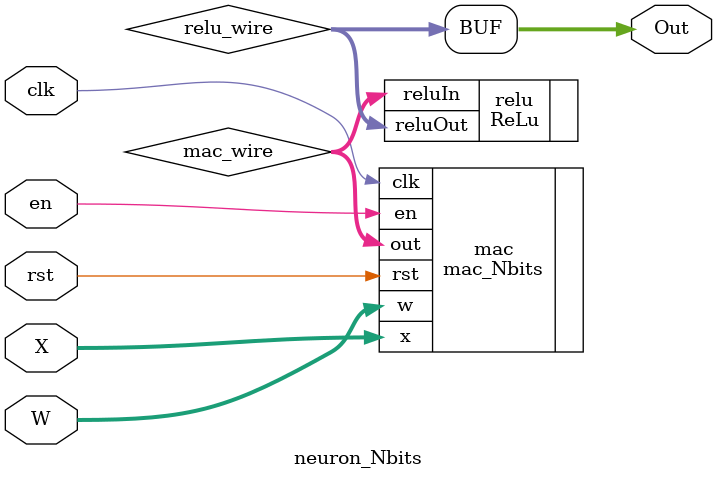
<source format=v>
module neuron_Nbits #(
    parameter WIDTH = 8,
    parameter WIDTH_MAC = 2*WIDTH
    ) (clk, rst, en, W, X, Out);


    input clk, rst, en; 
    input signed [WIDTH-1:0] W, X; 
    output [WIDTH-1:0]Out; 

    /*
    saida do mac e entrada da relu
    */
    wire signed [WIDTH_MAC-1:0] mac_wire; 

    wire[WIDTH-1:0] relu_wire; 

    mac_Nbits #(
        .WIDTH(WIDTH)
    ) mac (
        .clk(clk),
        .rst(rst),
        .en(en),
        .w(W),
        .x(X),
        .out(mac_wire)
    );

    ReLu #(
        .WIDTH(WIDTH)
    ) relu (
        .reluIn(mac_wire),
        .reluOut(relu_wire)
    );
    assign Out = relu_wire; 

endmodule



</source>
